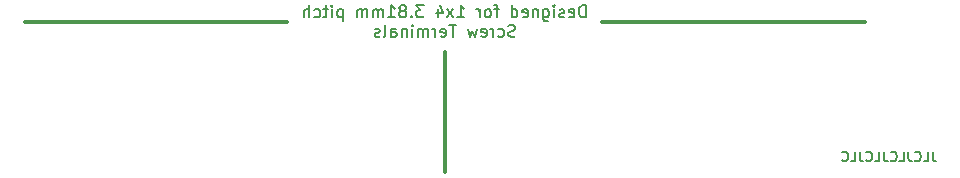
<source format=gbo>
G04 #@! TF.GenerationSoftware,KiCad,Pcbnew,(5.1.9)-1*
G04 #@! TF.CreationDate,2021-10-13T12:16:08-04:00*
G04 #@! TF.ProjectId,doublemag-breakout-big,646f7562-6c65-46d6-9167-2d627265616b,rev?*
G04 #@! TF.SameCoordinates,Original*
G04 #@! TF.FileFunction,Legend,Bot*
G04 #@! TF.FilePolarity,Positive*
%FSLAX46Y46*%
G04 Gerber Fmt 4.6, Leading zero omitted, Abs format (unit mm)*
G04 Created by KiCad (PCBNEW (5.1.9)-1) date 2021-10-13 12:16:08*
%MOMM*%
%LPD*%
G01*
G04 APERTURE LIST*
%ADD10C,0.150000*%
%ADD11C,0.350000*%
%ADD12C,6.400000*%
%ADD13C,2.000000*%
%ADD14R,2.000000X2.000000*%
G04 APERTURE END LIST*
D10*
X155587238Y-80841904D02*
X155587238Y-81413333D01*
X155625333Y-81527619D01*
X155701523Y-81603809D01*
X155815809Y-81641904D01*
X155892000Y-81641904D01*
X154825333Y-81641904D02*
X155206285Y-81641904D01*
X155206285Y-80841904D01*
X154101523Y-81565714D02*
X154139619Y-81603809D01*
X154253904Y-81641904D01*
X154330095Y-81641904D01*
X154444380Y-81603809D01*
X154520571Y-81527619D01*
X154558666Y-81451428D01*
X154596761Y-81299047D01*
X154596761Y-81184761D01*
X154558666Y-81032380D01*
X154520571Y-80956190D01*
X154444380Y-80880000D01*
X154330095Y-80841904D01*
X154253904Y-80841904D01*
X154139619Y-80880000D01*
X154101523Y-80918095D01*
X153530095Y-80841904D02*
X153530095Y-81413333D01*
X153568190Y-81527619D01*
X153644380Y-81603809D01*
X153758666Y-81641904D01*
X153834857Y-81641904D01*
X152768190Y-81641904D02*
X153149142Y-81641904D01*
X153149142Y-80841904D01*
X152044380Y-81565714D02*
X152082476Y-81603809D01*
X152196761Y-81641904D01*
X152272952Y-81641904D01*
X152387238Y-81603809D01*
X152463428Y-81527619D01*
X152501523Y-81451428D01*
X152539619Y-81299047D01*
X152539619Y-81184761D01*
X152501523Y-81032380D01*
X152463428Y-80956190D01*
X152387238Y-80880000D01*
X152272952Y-80841904D01*
X152196761Y-80841904D01*
X152082476Y-80880000D01*
X152044380Y-80918095D01*
X151472952Y-80841904D02*
X151472952Y-81413333D01*
X151511047Y-81527619D01*
X151587238Y-81603809D01*
X151701523Y-81641904D01*
X151777714Y-81641904D01*
X150711047Y-81641904D02*
X151092000Y-81641904D01*
X151092000Y-80841904D01*
X149987238Y-81565714D02*
X150025333Y-81603809D01*
X150139619Y-81641904D01*
X150215809Y-81641904D01*
X150330095Y-81603809D01*
X150406285Y-81527619D01*
X150444380Y-81451428D01*
X150482476Y-81299047D01*
X150482476Y-81184761D01*
X150444380Y-81032380D01*
X150406285Y-80956190D01*
X150330095Y-80880000D01*
X150215809Y-80841904D01*
X150139619Y-80841904D01*
X150025333Y-80880000D01*
X149987238Y-80918095D01*
X149415809Y-80841904D02*
X149415809Y-81413333D01*
X149453904Y-81527619D01*
X149530095Y-81603809D01*
X149644380Y-81641904D01*
X149720571Y-81641904D01*
X148653904Y-81641904D02*
X149034857Y-81641904D01*
X149034857Y-80841904D01*
X147930095Y-81565714D02*
X147968190Y-81603809D01*
X148082476Y-81641904D01*
X148158666Y-81641904D01*
X148272952Y-81603809D01*
X148349142Y-81527619D01*
X148387238Y-81451428D01*
X148425333Y-81299047D01*
X148425333Y-81184761D01*
X148387238Y-81032380D01*
X148349142Y-80956190D01*
X148272952Y-80880000D01*
X148158666Y-80841904D01*
X148082476Y-80841904D01*
X147968190Y-80880000D01*
X147930095Y-80918095D01*
D11*
X114300000Y-82550000D02*
X114300000Y-72390000D01*
X127635000Y-69850000D02*
X149860000Y-69850000D01*
X78740000Y-69850000D02*
X100965000Y-69850000D01*
D10*
X126204761Y-69477380D02*
X126204761Y-68477380D01*
X125966666Y-68477380D01*
X125823809Y-68525000D01*
X125728571Y-68620238D01*
X125680952Y-68715476D01*
X125633333Y-68905952D01*
X125633333Y-69048809D01*
X125680952Y-69239285D01*
X125728571Y-69334523D01*
X125823809Y-69429761D01*
X125966666Y-69477380D01*
X126204761Y-69477380D01*
X124823809Y-69429761D02*
X124919047Y-69477380D01*
X125109523Y-69477380D01*
X125204761Y-69429761D01*
X125252380Y-69334523D01*
X125252380Y-68953571D01*
X125204761Y-68858333D01*
X125109523Y-68810714D01*
X124919047Y-68810714D01*
X124823809Y-68858333D01*
X124776190Y-68953571D01*
X124776190Y-69048809D01*
X125252380Y-69144047D01*
X124395238Y-69429761D02*
X124300000Y-69477380D01*
X124109523Y-69477380D01*
X124014285Y-69429761D01*
X123966666Y-69334523D01*
X123966666Y-69286904D01*
X124014285Y-69191666D01*
X124109523Y-69144047D01*
X124252380Y-69144047D01*
X124347619Y-69096428D01*
X124395238Y-69001190D01*
X124395238Y-68953571D01*
X124347619Y-68858333D01*
X124252380Y-68810714D01*
X124109523Y-68810714D01*
X124014285Y-68858333D01*
X123538095Y-69477380D02*
X123538095Y-68810714D01*
X123538095Y-68477380D02*
X123585714Y-68525000D01*
X123538095Y-68572619D01*
X123490476Y-68525000D01*
X123538095Y-68477380D01*
X123538095Y-68572619D01*
X122633333Y-68810714D02*
X122633333Y-69620238D01*
X122680952Y-69715476D01*
X122728571Y-69763095D01*
X122823809Y-69810714D01*
X122966666Y-69810714D01*
X123061904Y-69763095D01*
X122633333Y-69429761D02*
X122728571Y-69477380D01*
X122919047Y-69477380D01*
X123014285Y-69429761D01*
X123061904Y-69382142D01*
X123109523Y-69286904D01*
X123109523Y-69001190D01*
X123061904Y-68905952D01*
X123014285Y-68858333D01*
X122919047Y-68810714D01*
X122728571Y-68810714D01*
X122633333Y-68858333D01*
X122157142Y-68810714D02*
X122157142Y-69477380D01*
X122157142Y-68905952D02*
X122109523Y-68858333D01*
X122014285Y-68810714D01*
X121871428Y-68810714D01*
X121776190Y-68858333D01*
X121728571Y-68953571D01*
X121728571Y-69477380D01*
X120871428Y-69429761D02*
X120966666Y-69477380D01*
X121157142Y-69477380D01*
X121252380Y-69429761D01*
X121300000Y-69334523D01*
X121300000Y-68953571D01*
X121252380Y-68858333D01*
X121157142Y-68810714D01*
X120966666Y-68810714D01*
X120871428Y-68858333D01*
X120823809Y-68953571D01*
X120823809Y-69048809D01*
X121300000Y-69144047D01*
X119966666Y-69477380D02*
X119966666Y-68477380D01*
X119966666Y-69429761D02*
X120061904Y-69477380D01*
X120252380Y-69477380D01*
X120347619Y-69429761D01*
X120395238Y-69382142D01*
X120442857Y-69286904D01*
X120442857Y-69001190D01*
X120395238Y-68905952D01*
X120347619Y-68858333D01*
X120252380Y-68810714D01*
X120061904Y-68810714D01*
X119966666Y-68858333D01*
X118871428Y-68810714D02*
X118490476Y-68810714D01*
X118728571Y-69477380D02*
X118728571Y-68620238D01*
X118680952Y-68525000D01*
X118585714Y-68477380D01*
X118490476Y-68477380D01*
X118014285Y-69477380D02*
X118109523Y-69429761D01*
X118157142Y-69382142D01*
X118204761Y-69286904D01*
X118204761Y-69001190D01*
X118157142Y-68905952D01*
X118109523Y-68858333D01*
X118014285Y-68810714D01*
X117871428Y-68810714D01*
X117776190Y-68858333D01*
X117728571Y-68905952D01*
X117680952Y-69001190D01*
X117680952Y-69286904D01*
X117728571Y-69382142D01*
X117776190Y-69429761D01*
X117871428Y-69477380D01*
X118014285Y-69477380D01*
X117252380Y-69477380D02*
X117252380Y-68810714D01*
X117252380Y-69001190D02*
X117204761Y-68905952D01*
X117157142Y-68858333D01*
X117061904Y-68810714D01*
X116966666Y-68810714D01*
X115347619Y-69477380D02*
X115919047Y-69477380D01*
X115633333Y-69477380D02*
X115633333Y-68477380D01*
X115728571Y-68620238D01*
X115823809Y-68715476D01*
X115919047Y-68763095D01*
X115014285Y-69477380D02*
X114490476Y-68810714D01*
X115014285Y-68810714D02*
X114490476Y-69477380D01*
X113680952Y-68810714D02*
X113680952Y-69477380D01*
X113919047Y-68429761D02*
X114157142Y-69144047D01*
X113538095Y-69144047D01*
X112490476Y-68477380D02*
X111871428Y-68477380D01*
X112204761Y-68858333D01*
X112061904Y-68858333D01*
X111966666Y-68905952D01*
X111919047Y-68953571D01*
X111871428Y-69048809D01*
X111871428Y-69286904D01*
X111919047Y-69382142D01*
X111966666Y-69429761D01*
X112061904Y-69477380D01*
X112347619Y-69477380D01*
X112442857Y-69429761D01*
X112490476Y-69382142D01*
X111442857Y-69382142D02*
X111395238Y-69429761D01*
X111442857Y-69477380D01*
X111490476Y-69429761D01*
X111442857Y-69382142D01*
X111442857Y-69477380D01*
X110823809Y-68905952D02*
X110919047Y-68858333D01*
X110966666Y-68810714D01*
X111014285Y-68715476D01*
X111014285Y-68667857D01*
X110966666Y-68572619D01*
X110919047Y-68525000D01*
X110823809Y-68477380D01*
X110633333Y-68477380D01*
X110538095Y-68525000D01*
X110490476Y-68572619D01*
X110442857Y-68667857D01*
X110442857Y-68715476D01*
X110490476Y-68810714D01*
X110538095Y-68858333D01*
X110633333Y-68905952D01*
X110823809Y-68905952D01*
X110919047Y-68953571D01*
X110966666Y-69001190D01*
X111014285Y-69096428D01*
X111014285Y-69286904D01*
X110966666Y-69382142D01*
X110919047Y-69429761D01*
X110823809Y-69477380D01*
X110633333Y-69477380D01*
X110538095Y-69429761D01*
X110490476Y-69382142D01*
X110442857Y-69286904D01*
X110442857Y-69096428D01*
X110490476Y-69001190D01*
X110538095Y-68953571D01*
X110633333Y-68905952D01*
X109490476Y-69477380D02*
X110061904Y-69477380D01*
X109776190Y-69477380D02*
X109776190Y-68477380D01*
X109871428Y-68620238D01*
X109966666Y-68715476D01*
X110061904Y-68763095D01*
X109061904Y-69477380D02*
X109061904Y-68810714D01*
X109061904Y-68905952D02*
X109014285Y-68858333D01*
X108919047Y-68810714D01*
X108776190Y-68810714D01*
X108680952Y-68858333D01*
X108633333Y-68953571D01*
X108633333Y-69477380D01*
X108633333Y-68953571D02*
X108585714Y-68858333D01*
X108490476Y-68810714D01*
X108347619Y-68810714D01*
X108252380Y-68858333D01*
X108204761Y-68953571D01*
X108204761Y-69477380D01*
X107728571Y-69477380D02*
X107728571Y-68810714D01*
X107728571Y-68905952D02*
X107680952Y-68858333D01*
X107585714Y-68810714D01*
X107442857Y-68810714D01*
X107347619Y-68858333D01*
X107300000Y-68953571D01*
X107300000Y-69477380D01*
X107300000Y-68953571D02*
X107252380Y-68858333D01*
X107157142Y-68810714D01*
X107014285Y-68810714D01*
X106919047Y-68858333D01*
X106871428Y-68953571D01*
X106871428Y-69477380D01*
X105633333Y-68810714D02*
X105633333Y-69810714D01*
X105633333Y-68858333D02*
X105538095Y-68810714D01*
X105347619Y-68810714D01*
X105252380Y-68858333D01*
X105204761Y-68905952D01*
X105157142Y-69001190D01*
X105157142Y-69286904D01*
X105204761Y-69382142D01*
X105252380Y-69429761D01*
X105347619Y-69477380D01*
X105538095Y-69477380D01*
X105633333Y-69429761D01*
X104728571Y-69477380D02*
X104728571Y-68810714D01*
X104728571Y-68477380D02*
X104776190Y-68525000D01*
X104728571Y-68572619D01*
X104680952Y-68525000D01*
X104728571Y-68477380D01*
X104728571Y-68572619D01*
X104395238Y-68810714D02*
X104014285Y-68810714D01*
X104252380Y-68477380D02*
X104252380Y-69334523D01*
X104204761Y-69429761D01*
X104109523Y-69477380D01*
X104014285Y-69477380D01*
X103252380Y-69429761D02*
X103347619Y-69477380D01*
X103538095Y-69477380D01*
X103633333Y-69429761D01*
X103680952Y-69382142D01*
X103728571Y-69286904D01*
X103728571Y-69001190D01*
X103680952Y-68905952D01*
X103633333Y-68858333D01*
X103538095Y-68810714D01*
X103347619Y-68810714D01*
X103252380Y-68858333D01*
X102823809Y-69477380D02*
X102823809Y-68477380D01*
X102395238Y-69477380D02*
X102395238Y-68953571D01*
X102442857Y-68858333D01*
X102538095Y-68810714D01*
X102680952Y-68810714D01*
X102776190Y-68858333D01*
X102823809Y-68905952D01*
X120252380Y-71079761D02*
X120109523Y-71127380D01*
X119871428Y-71127380D01*
X119776190Y-71079761D01*
X119728571Y-71032142D01*
X119680952Y-70936904D01*
X119680952Y-70841666D01*
X119728571Y-70746428D01*
X119776190Y-70698809D01*
X119871428Y-70651190D01*
X120061904Y-70603571D01*
X120157142Y-70555952D01*
X120204761Y-70508333D01*
X120252380Y-70413095D01*
X120252380Y-70317857D01*
X120204761Y-70222619D01*
X120157142Y-70175000D01*
X120061904Y-70127380D01*
X119823809Y-70127380D01*
X119680952Y-70175000D01*
X118823809Y-71079761D02*
X118919047Y-71127380D01*
X119109523Y-71127380D01*
X119204761Y-71079761D01*
X119252380Y-71032142D01*
X119300000Y-70936904D01*
X119300000Y-70651190D01*
X119252380Y-70555952D01*
X119204761Y-70508333D01*
X119109523Y-70460714D01*
X118919047Y-70460714D01*
X118823809Y-70508333D01*
X118395238Y-71127380D02*
X118395238Y-70460714D01*
X118395238Y-70651190D02*
X118347619Y-70555952D01*
X118300000Y-70508333D01*
X118204761Y-70460714D01*
X118109523Y-70460714D01*
X117395238Y-71079761D02*
X117490476Y-71127380D01*
X117680952Y-71127380D01*
X117776190Y-71079761D01*
X117823809Y-70984523D01*
X117823809Y-70603571D01*
X117776190Y-70508333D01*
X117680952Y-70460714D01*
X117490476Y-70460714D01*
X117395238Y-70508333D01*
X117347619Y-70603571D01*
X117347619Y-70698809D01*
X117823809Y-70794047D01*
X117014285Y-70460714D02*
X116823809Y-71127380D01*
X116633333Y-70651190D01*
X116442857Y-71127380D01*
X116252380Y-70460714D01*
X115252380Y-70127380D02*
X114680952Y-70127380D01*
X114966666Y-71127380D02*
X114966666Y-70127380D01*
X113966666Y-71079761D02*
X114061904Y-71127380D01*
X114252380Y-71127380D01*
X114347619Y-71079761D01*
X114395238Y-70984523D01*
X114395238Y-70603571D01*
X114347619Y-70508333D01*
X114252380Y-70460714D01*
X114061904Y-70460714D01*
X113966666Y-70508333D01*
X113919047Y-70603571D01*
X113919047Y-70698809D01*
X114395238Y-70794047D01*
X113490476Y-71127380D02*
X113490476Y-70460714D01*
X113490476Y-70651190D02*
X113442857Y-70555952D01*
X113395238Y-70508333D01*
X113300000Y-70460714D01*
X113204761Y-70460714D01*
X112871428Y-71127380D02*
X112871428Y-70460714D01*
X112871428Y-70555952D02*
X112823809Y-70508333D01*
X112728571Y-70460714D01*
X112585714Y-70460714D01*
X112490476Y-70508333D01*
X112442857Y-70603571D01*
X112442857Y-71127380D01*
X112442857Y-70603571D02*
X112395238Y-70508333D01*
X112300000Y-70460714D01*
X112157142Y-70460714D01*
X112061904Y-70508333D01*
X112014285Y-70603571D01*
X112014285Y-71127380D01*
X111538095Y-71127380D02*
X111538095Y-70460714D01*
X111538095Y-70127380D02*
X111585714Y-70175000D01*
X111538095Y-70222619D01*
X111490476Y-70175000D01*
X111538095Y-70127380D01*
X111538095Y-70222619D01*
X111061904Y-70460714D02*
X111061904Y-71127380D01*
X111061904Y-70555952D02*
X111014285Y-70508333D01*
X110919047Y-70460714D01*
X110776190Y-70460714D01*
X110680952Y-70508333D01*
X110633333Y-70603571D01*
X110633333Y-71127380D01*
X109728571Y-71127380D02*
X109728571Y-70603571D01*
X109776190Y-70508333D01*
X109871428Y-70460714D01*
X110061904Y-70460714D01*
X110157142Y-70508333D01*
X109728571Y-71079761D02*
X109823809Y-71127380D01*
X110061904Y-71127380D01*
X110157142Y-71079761D01*
X110204761Y-70984523D01*
X110204761Y-70889285D01*
X110157142Y-70794047D01*
X110061904Y-70746428D01*
X109823809Y-70746428D01*
X109728571Y-70698809D01*
X109109523Y-71127380D02*
X109204761Y-71079761D01*
X109252380Y-70984523D01*
X109252380Y-70127380D01*
X108776190Y-71079761D02*
X108680952Y-71127380D01*
X108490476Y-71127380D01*
X108395238Y-71079761D01*
X108347619Y-70984523D01*
X108347619Y-70936904D01*
X108395238Y-70841666D01*
X108490476Y-70794047D01*
X108633333Y-70794047D01*
X108728571Y-70746428D01*
X108776190Y-70651190D01*
X108776190Y-70603571D01*
X108728571Y-70508333D01*
X108633333Y-70460714D01*
X108490476Y-70460714D01*
X108395238Y-70508333D01*
%LPC*%
D12*
X157480000Y-68580000D03*
X71120000Y-68580000D03*
D13*
X160020000Y-76200000D03*
X156210000Y-76200000D03*
X152400000Y-76200000D03*
D14*
X148590000Y-76200000D03*
D13*
X144145000Y-76200000D03*
X140335000Y-76200000D03*
X136525000Y-76200000D03*
D14*
X132715000Y-76200000D03*
D13*
X128270000Y-76200000D03*
X124460000Y-76200000D03*
X120650000Y-76200000D03*
D14*
X116840000Y-76200000D03*
D13*
X111760000Y-76200000D03*
X107950000Y-76200000D03*
X104140000Y-76200000D03*
D14*
X100330000Y-76200000D03*
D13*
X95885000Y-76200000D03*
X92075000Y-76200000D03*
X88265000Y-76200000D03*
D14*
X84455000Y-76200000D03*
D13*
X80010000Y-76200000D03*
X76200000Y-76200000D03*
X72390000Y-76200000D03*
D14*
X68580000Y-76200000D03*
D13*
X151765000Y-63500000D03*
X147955000Y-63500000D03*
X144145000Y-63500000D03*
D14*
X140335000Y-63500000D03*
D13*
X135890000Y-63500000D03*
X132080000Y-63500000D03*
X128270000Y-63500000D03*
D14*
X124460000Y-63500000D03*
D13*
X120015000Y-63500000D03*
X116205000Y-63500000D03*
X112395000Y-63500000D03*
D14*
X108585000Y-63500000D03*
D13*
X104140000Y-63500000D03*
X100330000Y-63500000D03*
X96520000Y-63500000D03*
D14*
X92710000Y-63500000D03*
D13*
X88265000Y-63500000D03*
X84455000Y-63500000D03*
X80645000Y-63500000D03*
D14*
X76835000Y-63500000D03*
M02*

</source>
